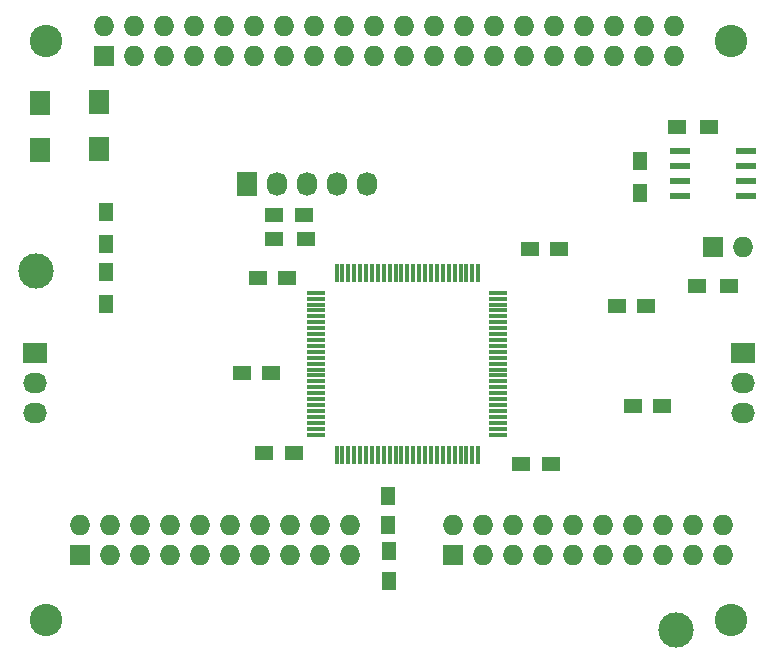
<source format=gts>
G04 #@! TF.FileFunction,Soldermask,Top*
%FSLAX46Y46*%
G04 Gerber Fmt 4.6, Leading zero omitted, Abs format (unit mm)*
G04 Created by KiCad (PCBNEW 4.0.1-stable) date 5/14/2016 10:44:53 PM*
%MOMM*%
G01*
G04 APERTURE LIST*
%ADD10C,0.150000*%
%ADD11R,0.300000X1.500000*%
%ADD12R,1.500000X0.300000*%
%ADD13R,1.727200X2.032000*%
%ADD14O,1.727200X2.032000*%
%ADD15R,1.700000X2.000000*%
%ADD16R,2.032000X1.727200*%
%ADD17O,2.032000X1.727200*%
%ADD18R,1.727200X1.727200*%
%ADD19O,1.727200X1.727200*%
%ADD20R,1.500000X1.250000*%
%ADD21R,1.500000X1.300000*%
%ADD22R,1.300000X1.500000*%
%ADD23R,1.250000X1.500000*%
%ADD24C,3.000000*%
%ADD25C,2.750000*%
%ADD26R,1.651000X0.599440*%
G04 APERTURE END LIST*
D10*
D11*
X40098000Y-23105000D03*
X39598000Y-23105000D03*
X39098000Y-23105000D03*
X38598000Y-23105000D03*
X38098000Y-23105000D03*
X37598000Y-23105000D03*
X37098000Y-23105000D03*
X36598000Y-23105000D03*
X36098000Y-23105000D03*
X35598000Y-23105000D03*
X35098000Y-23105000D03*
X34598000Y-23105000D03*
X34098000Y-23105000D03*
X33598000Y-23105000D03*
X33098000Y-23105000D03*
X32598000Y-23105000D03*
X32098000Y-23105000D03*
X31598000Y-23105000D03*
X31098000Y-23105000D03*
X30598000Y-23105000D03*
X30098000Y-23105000D03*
X29598000Y-23105000D03*
X29098000Y-23105000D03*
X28598000Y-23105000D03*
X28098000Y-23105000D03*
D12*
X26398000Y-24805000D03*
X26398000Y-25305000D03*
X26398000Y-25805000D03*
X26398000Y-26305000D03*
X26398000Y-26805000D03*
X26398000Y-27305000D03*
X26398000Y-27805000D03*
X26398000Y-28305000D03*
X26398000Y-28805000D03*
X26398000Y-29305000D03*
X26398000Y-29805000D03*
X26398000Y-30305000D03*
X26398000Y-30805000D03*
X26398000Y-31305000D03*
X26398000Y-31805000D03*
X26398000Y-32305000D03*
X26398000Y-32805000D03*
X26398000Y-33305000D03*
X26398000Y-33805000D03*
X26398000Y-34305000D03*
X26398000Y-34805000D03*
X26398000Y-35305000D03*
X26398000Y-35805000D03*
X26398000Y-36305000D03*
X26398000Y-36805000D03*
D11*
X28098000Y-38505000D03*
X28598000Y-38505000D03*
X29098000Y-38505000D03*
X29598000Y-38505000D03*
X30098000Y-38505000D03*
X30598000Y-38505000D03*
X31098000Y-38505000D03*
X31598000Y-38505000D03*
X32098000Y-38505000D03*
X32598000Y-38505000D03*
X33098000Y-38505000D03*
X33598000Y-38505000D03*
X34098000Y-38505000D03*
X34598000Y-38505000D03*
X35098000Y-38505000D03*
X35598000Y-38505000D03*
X36098000Y-38505000D03*
X36598000Y-38505000D03*
X37098000Y-38505000D03*
X37598000Y-38505000D03*
X38098000Y-38505000D03*
X38598000Y-38505000D03*
X39098000Y-38505000D03*
X39598000Y-38505000D03*
X40098000Y-38505000D03*
D12*
X41798000Y-36805000D03*
X41798000Y-36305000D03*
X41798000Y-35805000D03*
X41798000Y-35305000D03*
X41798000Y-34805000D03*
X41798000Y-34305000D03*
X41798000Y-33805000D03*
X41798000Y-33305000D03*
X41798000Y-32805000D03*
X41798000Y-32305000D03*
X41798000Y-31805000D03*
X41798000Y-31305000D03*
X41798000Y-30805000D03*
X41798000Y-30305000D03*
X41798000Y-29805000D03*
X41798000Y-29305000D03*
X41798000Y-28805000D03*
X41798000Y-28305000D03*
X41798000Y-27805000D03*
X41798000Y-27305000D03*
X41798000Y-26805000D03*
X41798000Y-26305000D03*
X41798000Y-25805000D03*
X41798000Y-25305000D03*
X41798000Y-24805000D03*
D13*
X20509000Y-15615800D03*
D14*
X23049000Y-15615800D03*
X25589000Y-15615800D03*
X28129000Y-15615800D03*
X30669000Y-15615800D03*
D15*
X3000000Y-8700000D03*
X3000000Y-12700000D03*
X8001000Y-8668000D03*
X8001000Y-12668000D03*
D16*
X62546000Y-29916000D03*
D17*
X62546000Y-32456000D03*
X62546000Y-34996000D03*
D16*
X2602000Y-29916000D03*
D17*
X2602000Y-32456000D03*
X2602000Y-34996000D03*
D18*
X6361200Y-47035600D03*
D19*
X6361200Y-44495600D03*
X8901200Y-47035600D03*
X8901200Y-44495600D03*
X11441200Y-47035600D03*
X11441200Y-44495600D03*
X13981200Y-47035600D03*
X13981200Y-44495600D03*
X16521200Y-47035600D03*
X16521200Y-44495600D03*
X19061200Y-47035600D03*
X19061200Y-44495600D03*
X21601200Y-47035600D03*
X21601200Y-44495600D03*
X24141200Y-47035600D03*
X24141200Y-44495600D03*
X26681200Y-47035600D03*
X26681200Y-44495600D03*
X29221200Y-47035600D03*
X29221200Y-44495600D03*
D18*
X37958800Y-47035600D03*
D19*
X37958800Y-44495600D03*
X40498800Y-47035600D03*
X40498800Y-44495600D03*
X43038800Y-47035600D03*
X43038800Y-44495600D03*
X45578800Y-47035600D03*
X45578800Y-44495600D03*
X48118800Y-47035600D03*
X48118800Y-44495600D03*
X50658800Y-47035600D03*
X50658800Y-44495600D03*
X53198800Y-47035600D03*
X53198800Y-44495600D03*
X55738800Y-47035600D03*
X55738800Y-44495600D03*
X58278800Y-47035600D03*
X58278800Y-44495600D03*
X60818800Y-47035600D03*
X60818800Y-44495600D03*
D20*
X25315000Y-18232000D03*
X22815000Y-18232000D03*
X54336000Y-25908000D03*
X51836000Y-25908000D03*
X24491000Y-38354000D03*
X21991000Y-38354000D03*
D21*
X25542000Y-20264000D03*
X22842000Y-20264000D03*
D22*
X8545600Y-25728800D03*
X8545600Y-23028800D03*
X8545600Y-20699600D03*
X8545600Y-17999600D03*
D20*
X43719200Y-39263200D03*
X46219200Y-39263200D03*
X44470000Y-21082000D03*
X46970000Y-21082000D03*
X55668000Y-34361000D03*
X53168000Y-34361000D03*
D23*
X32447000Y-44501000D03*
X32447000Y-42001000D03*
X32574000Y-49200000D03*
X32574000Y-46700000D03*
D20*
X20086000Y-31623000D03*
X22586000Y-31623000D03*
X21418000Y-23566000D03*
X23918000Y-23566000D03*
D24*
X56834000Y-53396000D03*
X2667000Y-22987000D03*
D18*
X59942500Y-20899000D03*
D19*
X62482500Y-20899000D03*
D18*
X8370000Y-4770000D03*
D19*
X8370000Y-2230000D03*
X10910000Y-4770000D03*
X10910000Y-2230000D03*
X13450000Y-4770000D03*
X13450000Y-2230000D03*
X15990000Y-4770000D03*
X15990000Y-2230000D03*
X18530000Y-4770000D03*
X18530000Y-2230000D03*
X21070000Y-4770000D03*
X21070000Y-2230000D03*
X23610000Y-4770000D03*
X23610000Y-2230000D03*
X26150000Y-4770000D03*
X26150000Y-2230000D03*
X28690000Y-4770000D03*
X28690000Y-2230000D03*
X31230000Y-4770000D03*
X31230000Y-2230000D03*
X33770000Y-4770000D03*
X33770000Y-2230000D03*
X36310000Y-4770000D03*
X36310000Y-2230000D03*
X38850000Y-4770000D03*
X38850000Y-2230000D03*
X41390000Y-4770000D03*
X41390000Y-2230000D03*
X43930000Y-4770000D03*
X43930000Y-2230000D03*
X46470000Y-4770000D03*
X46470000Y-2230000D03*
X49010000Y-4770000D03*
X49010000Y-2230000D03*
X51550000Y-4770000D03*
X51550000Y-2230000D03*
X54090000Y-4770000D03*
X54090000Y-2230000D03*
X56630000Y-4770000D03*
X56630000Y-2230000D03*
D25*
X3500000Y-3500000D03*
X61500000Y-3500000D03*
X3500000Y-52500000D03*
X61500000Y-52500000D03*
D21*
X61356000Y-24264500D03*
X58656000Y-24264500D03*
D22*
X53783000Y-16343500D03*
X53783000Y-13643500D03*
D21*
X59641500Y-10739000D03*
X56941500Y-10739000D03*
D26*
X57212000Y-16581000D03*
X62800000Y-16581000D03*
X57212000Y-15311000D03*
X57212000Y-14041000D03*
X57212000Y-12771000D03*
X62800000Y-15311000D03*
X62800000Y-14041000D03*
X62800000Y-12771000D03*
M02*

</source>
